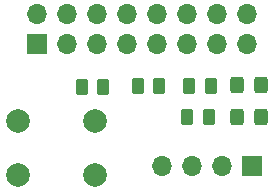
<source format=gbr>
%TF.GenerationSoftware,KiCad,Pcbnew,6.0.6*%
%TF.CreationDate,2022-09-07T18:25:10+01:00*%
%TF.ProjectId,Raspberry PI HAT,52617370-6265-4727-9279-205049204841,rev?*%
%TF.SameCoordinates,Original*%
%TF.FileFunction,Soldermask,Top*%
%TF.FilePolarity,Negative*%
%FSLAX46Y46*%
G04 Gerber Fmt 4.6, Leading zero omitted, Abs format (unit mm)*
G04 Created by KiCad (PCBNEW 6.0.6) date 2022-09-07 18:25:10*
%MOMM*%
%LPD*%
G01*
G04 APERTURE LIST*
G04 Aperture macros list*
%AMRoundRect*
0 Rectangle with rounded corners*
0 $1 Rounding radius*
0 $2 $3 $4 $5 $6 $7 $8 $9 X,Y pos of 4 corners*
0 Add a 4 corners polygon primitive as box body*
4,1,4,$2,$3,$4,$5,$6,$7,$8,$9,$2,$3,0*
0 Add four circle primitives for the rounded corners*
1,1,$1+$1,$2,$3*
1,1,$1+$1,$4,$5*
1,1,$1+$1,$6,$7*
1,1,$1+$1,$8,$9*
0 Add four rect primitives between the rounded corners*
20,1,$1+$1,$2,$3,$4,$5,0*
20,1,$1+$1,$4,$5,$6,$7,0*
20,1,$1+$1,$6,$7,$8,$9,0*
20,1,$1+$1,$8,$9,$2,$3,0*%
G04 Aperture macros list end*
%ADD10R,1.700000X1.700000*%
%ADD11O,1.700000X1.700000*%
%ADD12RoundRect,0.250000X-0.262500X-0.450000X0.262500X-0.450000X0.262500X0.450000X-0.262500X0.450000X0*%
%ADD13RoundRect,0.250000X-0.325000X-0.450000X0.325000X-0.450000X0.325000X0.450000X-0.325000X0.450000X0*%
%ADD14C,2.000000*%
%ADD15RoundRect,0.250000X0.262500X0.450000X-0.262500X0.450000X-0.262500X-0.450000X0.262500X-0.450000X0*%
G04 APERTURE END LIST*
D10*
%TO.C,U1*%
X112064800Y-79451200D03*
D11*
X109524800Y-79451200D03*
X106984800Y-79451200D03*
X104444800Y-79451200D03*
%TD*%
D12*
%TO.C,R3*%
X106531400Y-75336400D03*
X108356400Y-75336400D03*
%TD*%
D13*
%TO.C,D1*%
X110744000Y-75336400D03*
X112794000Y-75336400D03*
%TD*%
D10*
%TO.C,J1*%
X93820000Y-69189600D03*
D11*
X93820000Y-66649600D03*
X96360000Y-69189600D03*
X96360000Y-66649600D03*
X98900000Y-69189600D03*
X98900000Y-66649600D03*
X101440000Y-69189600D03*
X101440000Y-66649600D03*
X103980000Y-69189600D03*
X103980000Y-66649600D03*
X106520000Y-69189600D03*
X106520000Y-66649600D03*
X109060000Y-69189600D03*
X109060000Y-66649600D03*
X111600000Y-69189600D03*
X111600000Y-66649600D03*
%TD*%
D14*
%TO.C,SW1*%
X92255200Y-80213200D03*
X98755200Y-80213200D03*
X98755200Y-75713200D03*
X92255200Y-75713200D03*
%TD*%
D15*
%TO.C,R2*%
X104188900Y-72745600D03*
X102363900Y-72745600D03*
%TD*%
D12*
%TO.C,R4*%
X106732700Y-72694800D03*
X108557700Y-72694800D03*
%TD*%
D13*
%TO.C,D2*%
X110744000Y-72644000D03*
X112794000Y-72644000D03*
%TD*%
D12*
%TO.C,R1*%
X97639500Y-72796400D03*
X99464500Y-72796400D03*
%TD*%
M02*

</source>
